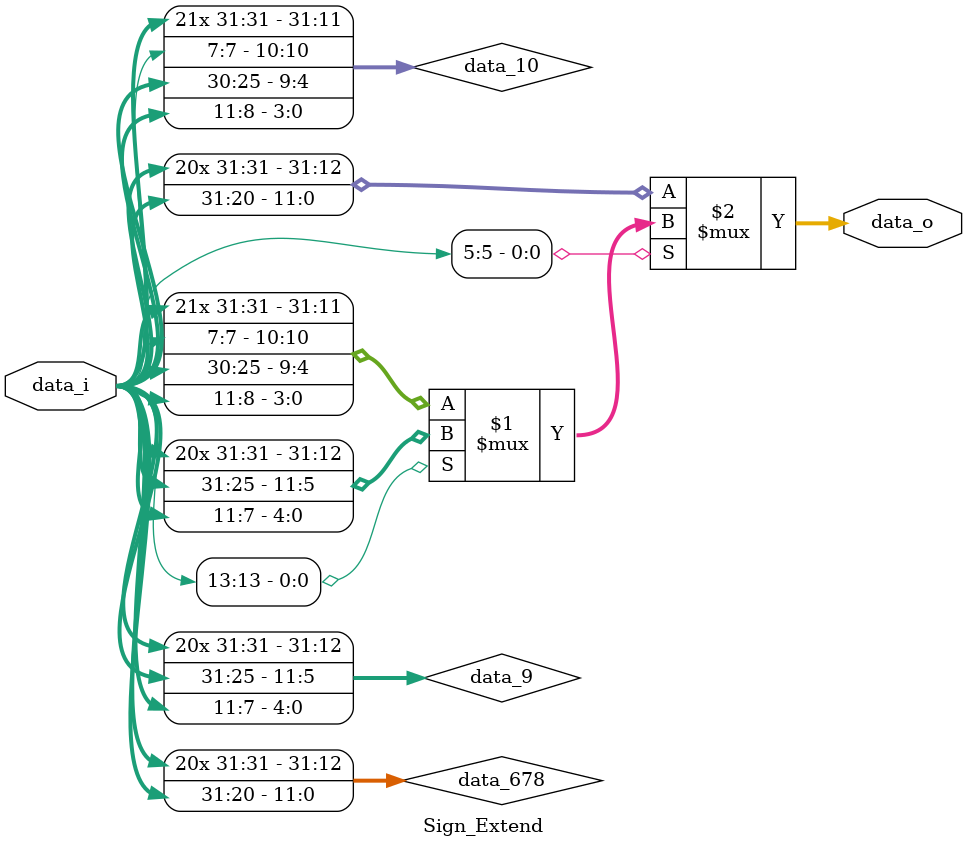
<source format=v>
module Sign_Extend(
    data_i,
    data_o
);

// Ports
input   [31:0]      data_i;
output  [31:0]      data_o;

wire [31:0] data_678 = {{20{data_i[31]}}, data_i[31:20]};
wire [31:0] data_9   = {{20{data_i[31]}}, data_i[31:25], data_i[11:7]};
wire [31:0] data_10  = {{20{data_i[31]}}, data_i[31], data_i[7], data_i[30:25], data_i[11:8]};

assign data_o = data_i[5] ? (data_i[13] ? data_9 : data_10) : data_678;
endmodule
</source>
